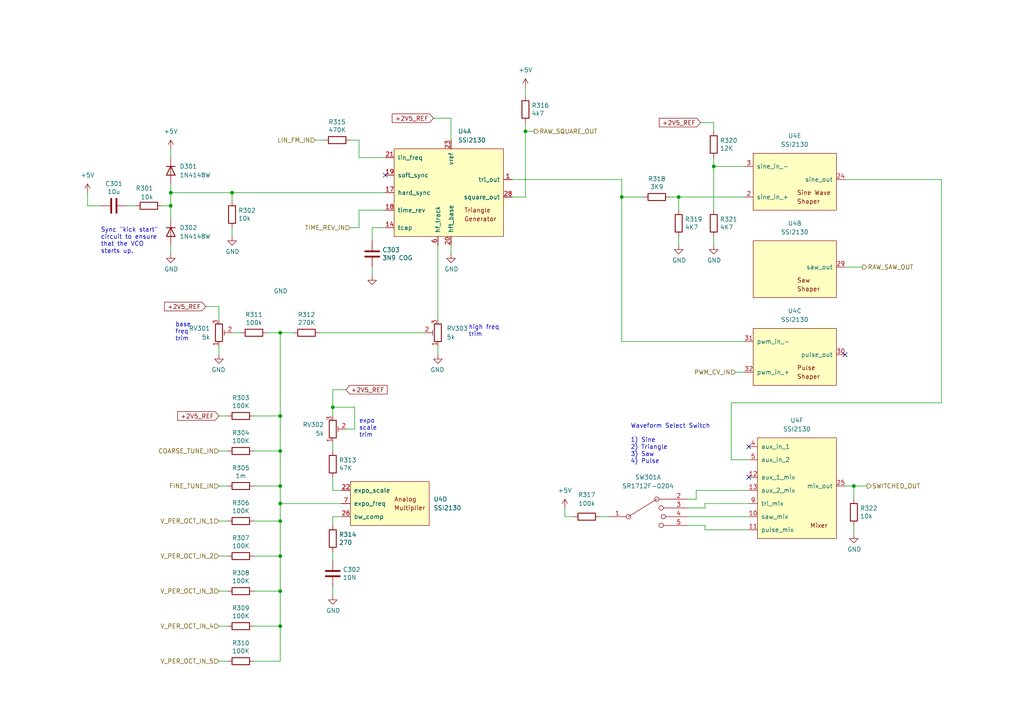
<source format=kicad_sch>
(kicad_sch (version 20211123) (generator eeschema)
  (paper "A4")
  (title_block (title "Josh Ox Ribon Synth Main VCO board") (date "2022-06-18") (rev "0") (comment 2 "creativecommons.org/licences/by/4.0") (comment 3 "license: CC by 4.0") (comment 4 "Author: Jordan Acete"))
  (lib_symbols
    (symbol "Device:C" (pin_numbers hide) (pin_names (offset 0.254))
      (property "Reference" "C" (at 0.635 2.54 0))
      (property "Value" "C" (at 0.635 -2.54 0))
      (symbol "C_0_1"
        (polyline (pts (xy -2.032 -0.762) (xy 2.032 -0.762)) (stroke (width 0.508)))
        (polyline (pts (xy -2.032 0.762) (xy 2.032 0.762)) (stroke (width 0.508)))
      )
      (symbol "C_1_1"
        (pin passive line (at 0 3.81 270) (length 2.794) (name "~") (number "1"))
        (pin passive line (at 0 -3.81 90) (length 2.794) (name "~") (number "2"))
      )
    )
    (symbol "Device:R" (pin_numbers hide) (pin_names (offset 0))
      (property "Reference" "R" (at 2.032 0 90))
      (property "Value" "R" (at 0 0 90))
      (symbol "R_0_1"
        (rectangle (start -1.016 -2.54) (end 1.016 2.54) (stroke (width 0.254)))
      )
      (symbol "R_1_1"
        (pin passive line (at 0 3.81 270) (length 1.27) (name "~") (number "1"))
        (pin passive line (at 0 -3.81 90) (length 1.27) (name "~") (number "2"))
      )
    )
    (symbol "Device:R_Potentiometer_Trim" (pin_names (offset 1.016) hide)
      (property "Reference" "RV" (at -4.445 0 90))
      (property "Value" "R_Potentiometer_Trim" (at -2.54 0 90))
      (symbol "R_Potentiometer_Trim_0_1"
        (polyline (pts (xy 1.524 0.762) (xy 1.524 -0.762)))
        (polyline (pts (xy 2.54 0) (xy 1.524 0)))
        (rectangle (start 1.016 2.54) (end -1.016 -2.54) (stroke (width 0.254)))
      )
      (symbol "R_Potentiometer_Trim_1_1"
        (pin passive line (at 0 3.81 270) (length 1.27) (name "1") (number "1"))
        (pin passive line (at 3.81 0 180) (length 1.27) (name "2") (number "2"))
        (pin passive line (at 0 -3.81 90) (length 1.27) (name "3") (number "3"))
      )
    )
    (symbol "Diode:1N4148W" (pin_numbers hide) (pin_names (offset 1.016) hide)
      (property "Reference" "D" (at 0 2.54 0))
      (property "Value" "1N4148W" (at 0 -2.54 0))
      (symbol "1N4148W_0_1"
        (polyline (pts (xy -1.27 1.27) (xy -1.27 -1.27)) (stroke (width 0.254)))
        (polyline (pts (xy 1.27 0) (xy -1.27 0)))
        (polyline (pts (xy 1.27 1.27) (xy 1.27 -1.27) (xy -1.27 0) (xy 1.27 1.27)) (stroke (width 0.254)))
      )
      (symbol "1N4148W_1_1"
        (pin passive line (at -3.81 0 0) (length 2.54) (name "K") (number "1"))
        (pin passive line (at 3.81 0 180) (length 2.54) (name "A") (number "2"))
      )
    )
    (symbol "SSI2130_1" (pin_names (offset 1.016))
      (property "Reference" "U4" (at 2.0194 16.51 0))
      (property "Value" "SSI2130_1" (at 2.0194 13.97 0))
      (symbol "SSI2130_1_1_0"
        (polyline (pts (xy -16.51 11.43) (xy -16.51 -13.97) (xy 15.24 -13.97) (xy 15.24 11.43) (xy 6.35 11.43) (xy -16.51 11.43)) (fill (type background)))
        (text "Generator" (at 3.81 -8.89 0) (effects (font (size 1.27 1.27)) (justify left)))
        (text "Triangle" (at 3.81 -6.35 0) (effects (font (size 1.27 1.27)) (justify left)))
      )
      (symbol "SSI2130_1_1_1"
        (pin output line (at 17.78 2.54 180) (length 2.54) (name "tri_out") (number "1"))
        (pin input line (at -19.05 -11.43 0) (length 2.54) (name "tcap") (number "14"))
        (pin input line (at -19.05 -1.27 0) (length 2.54) (name "hard_sync") (number "17"))
        (pin input line (at -19.05 -6.35 0) (length 2.54) (name "time_rev") (number "18"))
        (pin input line (at -19.05 3.81 0) (length 2.54) (name "soft_sync") (number "19"))
        (pin input line (at 0 -16.51 90) (length 2.54) (name "hft_base") (number "20"))
        (pin input line (at -19.05 8.89 0) (length 2.54) (name "lin_freq") (number "21"))
        (pin input line (at 0 13.97 270) (length 2.54) (name "vref") (number "23"))
        (pin output line (at 17.78 -2.54 180) (length 2.54) (name "square_out") (number "28"))
        (pin input line (at -3.81 -16.51 90) (length 2.54) (name "hf_track") (number "6"))
      )
      (symbol "SSI2130_1_2_1"
        (polyline (pts (xy -11.43 0) (xy -11.43 7.62) (xy 12.7 7.62) (xy 12.7 -8.89) (xy -11.43 -8.89) (xy -11.43 0)) (fill (type background)))
        (text "Saw" (at 1.27 -3.81 0) (effects (font (size 1.27 1.27)) (justify left)))
        (text "Shaper" (at 1.27 -6.35 0) (effects (font (size 1.27 1.27)) (justify left)))
        (pin output line (at 15.24 0 180) (length 2.54) (name "saw_out") (number "29"))
      )
      (symbol "SSI2130_1_3_1"
        (polyline (pts (xy 12.7 7.62) (xy -11.43 7.62) (xy -11.43 -8.89) (xy 12.7 -8.89) (xy 12.7 7.62)) (fill (type background)))
        (text "Pulse" (at 1.27 -3.81 0) (effects (font (size 1.27 1.27)) (justify left)))
        (text "Shaper" (at 1.27 -6.35 0) (effects (font (size 1.27 1.27)) (justify left)))
        (pin output line (at 15.24 0 180) (length 2.54) (name "pulse_out") (number "30"))
        (pin input line (at -13.97 3.81 0) (length 2.54) (name "pwm_in_-") (number "31"))
        (pin input line (at -13.97 -5.08 0) (length 2.54) (name "pwm_in_+") (number "32"))
      )
      (symbol "SSI2130_1_4_1"
        (polyline (pts (xy -11.43 6.35) (xy -11.43 -6.35) (xy 11.43 -6.35) (xy 11.43 6.35) (xy -11.43 6.35)) (fill (type background)))
        (text "Analog" (at 1.27 1.27 0) (effects (font (size 1.27 1.27)) (justify left)))
        (text "Multiplier" (at 1.27 -1.27 0) (effects (font (size 1.27 1.27)) (justify left)))
        (pin input line (at -13.97 3.81 0) (length 2.54) (name "expo_scale") (number "22"))
        (pin input line (at -13.97 -3.81 0) (length 2.54) (name "bw_comp") (number "26"))
        (pin input line (at -13.97 0 0) (length 2.54) (name "expo_freq") (number "7"))
      )
      (symbol "SSI2130_1_5_1"
        (polyline (pts (xy -11.43 7.62) (xy -11.43 -8.89) (xy 12.7 -8.89) (xy 12.7 7.62) (xy -11.43 7.62)) (fill (type background)))
        (text "Shaper" (at 1.27 -6.35 0) (effects (font (size 1.27 1.27)) (justify left)))
        (text "Sine Wave" (at 1.27 -3.81 0) (effects (font (size 1.27 1.27)) (justify left)))
        (pin input line (at -13.97 -5.08 0) (length 2.54) (name "sine_in_+") (number "2"))
        (pin output line (at 15.24 0 180) (length 2.54) (name "sine_out") (number "24"))
        (pin input line (at -13.97 3.81 0) (length 2.54) (name "sine_in_-") (number "3"))
      )
      (symbol "SSI2130_1_6_1"
        (polyline (pts (xy 11.43 -11.43) (xy -11.43 -11.43) (xy -11.43 10.16) (xy -11.43 17.78) (xy 11.43 17.78) (xy 11.43 -11.43)) (fill (type background)))
        (text "Mixer" (at 3.81 -7.62 0) (effects (font (size 1.27 1.27)) (justify left)))
        (pin input line (at -13.97 -5.08 0) (length 2.54) (name "saw_mix") (number "10"))
        (pin input line (at -13.97 -8.89 0) (length 2.54) (name "pulse_mix") (number "11"))
        (pin input line (at -13.97 6.35 0) (length 2.54) (name "aux_1_mix") (number "12"))
        (pin input line (at -13.97 2.54 0) (length 2.54) (name "aux_2_mix") (number "13"))
        (pin output line (at 13.97 3.81 180) (length 2.54) (name "mix_out") (number "25"))
        (pin input line (at -13.97 15.24 0) (length 2.54) (name "aux_in_1") (number "4"))
        (pin input line (at -13.97 11.43 0) (length 2.54) (name "aux_in_2") (number "5"))
        (pin input line (at -13.97 -1.27 0) (length 2.54) (name "tri_mix") (number "9"))
      )
      (symbol "SSI2130_1_7_1"
        (polyline (pts (xy -11.43 6.35) (xy -11.43 -6.35) (xy 11.43 -6.35) (xy 11.43 6.35) (xy -11.43 6.35)) (fill (type background)))
        (text "Power" (at 1.27 0 0) (effects (font (size 1.27 1.27)) (justify left)))
        (pin power_in line (at -13.97 -1.27 0) (length 2.54) (name "dgnd") (number "15"))
        (pin power_in line (at -13.97 1.27 0) (length 2.54) (name "agnd") (number "16"))
        (pin power_in line (at -13.97 3.81 0) (length 2.54) (name "V+") (number "27"))
        (pin power_in line (at -13.97 -3.81 0) (length 2.54) (name "V-") (number "8"))
      )
    )
    (symbol "SSI2130_2" (pin_names (offset 1.016))
      (property "Reference" "U4" (at 2.0194 16.51 0))
      (property "Value" "SSI2130_2" (at 2.0194 13.97 0))
      (symbol "SSI2130_2_1_0"
        (polyline (pts (xy -16.51 11.43) (xy -16.51 -13.97) (xy 15.24 -13.97) (xy 15.24 11.43) (xy 6.35 11.43) (xy -16.51 11.43)) (fill (type background)))
        (text "Generator" (at 3.81 -8.89 0) (effects (font (size 1.27 1.27)) (justify left)))
        (text "Triangle" (at 3.81 -6.35 0) (effects (font (size 1.27 1.27)) (justify left)))
      )
      (symbol "SSI2130_2_1_1"
        (pin output line (at 17.78 2.54 180) (length 2.54) (name "tri_out") (number "1"))
        (pin input line (at -19.05 -11.43 0) (length 2.54) (name "tcap") (number "14"))
        (pin input line (at -19.05 -1.27 0) (length 2.54) (name "hard_sync") (number "17"))
        (pin input line (at -19.05 -6.35 0) (length 2.54) (name "time_rev") (number "18"))
        (pin input line (at -19.05 3.81 0) (length 2.54) (name "soft_sync") (number "19"))
        (pin input line (at 0 -16.51 90) (length 2.54) (name "hft_base") (number "20"))
        (pin input line (at -19.05 8.89 0) (length 2.54) (name "lin_freq") (number "21"))
        (pin input line (at 0 13.97 270) (length 2.54) (name "vref") (number "23"))
        (pin output line (at 17.78 -2.54 180) (length 2.54) (name "square_out") (number "28"))
        (pin input line (at -3.81 -16.51 90) (length 2.54) (name "hf_track") (number "6"))
      )
      (symbol "SSI2130_2_2_1"
        (polyline (pts (xy -11.43 0) (xy -11.43 7.62) (xy 12.7 7.62) (xy 12.7 -8.89) (xy -11.43 -8.89) (xy -11.43 0)) (fill (type background)))
        (text "Saw" (at 1.27 -3.81 0) (effects (font (size 1.27 1.27)) (justify left)))
        (text "Shaper" (at 1.27 -6.35 0) (effects (font (size 1.27 1.27)) (justify left)))
        (pin output line (at 15.24 0 180) (length 2.54) (name "saw_out") (number "29"))
      )
      (symbol "SSI2130_2_3_1"
        (polyline (pts (xy 12.7 7.62) (xy -11.43 7.62) (xy -11.43 -8.89) (xy 12.7 -8.89) (xy 12.7 7.62)) (fill (type background)))
        (text "Pulse" (at 1.27 -3.81 0) (effects (font (size 1.27 1.27)) (justify left)))
        (text "Shaper" (at 1.27 -6.35 0) (effects (font (size 1.27 1.27)) (justify left)))
        (pin output line (at 15.24 0 180) (length 2.54) (name "pulse_out") (number "30"))
        (pin input line (at -13.97 3.81 0) (length 2.54) (name "pwm_in_-") (number "31"))
        (pin input line (at -13.97 -5.08 0) (length 2.54) (name "pwm_in_+") (number "32"))
      )
      (symbol "SSI2130_2_4_1"
        (polyline (pts (xy -11.43 6.35) (xy -11.43 -6.35) (xy 11.43 -6.35) (xy 11.43 6.35) (xy -11.43 6.35)) (fill (type background)))
        (text "Analog" (at 1.27 1.27 0) (effects (font (size 1.27 1.27)) (justify left)))
        (text "Multiplier" (at 1.27 -1.27 0) (effects (font (size 1.27 1.27)) (justify left)))
        (pin input line (at -13.97 3.81 0) (length 2.54) (name "expo_scale") (number "22"))
        (pin input line (at -13.97 -3.81 0) (length 2.54) (name "bw_comp") (number "26"))
        (pin input line (at -13.97 0 0) (length 2.54) (name "expo_freq") (number "7"))
      )
      (symbol "SSI2130_2_5_1"
        (polyline (pts (xy -11.43 7.62) (xy -11.43 -8.89) (xy 12.7 -8.89) (xy 12.7 7.62) (xy -11.43 7.62)) (fill (type background)))
        (text "Shaper" (at 1.27 -6.35 0) (effects (font (size 1.27 1.27)) (justify left)))
        (text "Sine Wave" (at 1.27 -3.81 0) (effects (font (size 1.27 1.27)) (justify left)))
        (pin input line (at -13.97 -5.08 0) (length 2.54) (name "sine_in_+") (number "2"))
        (pin output line (at 15.24 0 180) (length 2.54) (name "sine_out") (number "24"))
        (pin input line (at -13.97 3.81 0) (length 2.54) (name "sine_in_-") (number "3"))
      )
      (symbol "SSI2130_2_6_1"
        (polyline (pts (xy 11.43 -11.43) (xy -11.43 -11.43) (xy -11.43 10.16) (xy -11.43 17.78) (xy 11.43 17.78) (xy 11.43 -11.43)) (fill (type background)))
        (text "Mixer" (at 3.81 -7.62 0) (effects (font (size 1.27 1.27)) (justify left)))
        (pin input line (at -13.97 -5.08 0) (length 2.54) (name "saw_mix") (number "10"))
        (pin input line (at -13.97 -8.89 0) (length 2.54) (name "pulse_mix") (number "11"))
        (pin input line (at -13.97 6.35 0) (length 2.54) (name "aux_1_mix") (number "12"))
        (pin input line (at -13.97 2.54 0) (length 2.54) (name "aux_2_mix") (number "13"))
        (pin output line (at 13.97 3.81 180) (length 2.54) (name "mix_out") (number "25"))
        (pin input line (at -13.97 15.24 0) (length 2.54) (name "aux_in_1") (number "4"))
        (pin input line (at -13.97 11.43 0) (length 2.54) (name "aux_in_2") (number "5"))
        (pin input line (at -13.97 -1.27 0) (length 2.54) (name "tri_mix") (number "9"))
      )
      (symbol "SSI2130_2_7_1"
        (polyline (pts (xy -11.43 6.35) (xy -11.43 -6.35) (xy 11.43 -6.35) (xy 11.43 6.35) (xy -11.43 6.35)) (fill (type background)))
        (text "Power" (at 1.27 0 0) (effects (font (size 1.27 1.27)) (justify left)))
        (pin power_in line (at -13.97 -1.27 0) (length 2.54) (name "dgnd") (number "15"))
        (pin power_in line (at -13.97 1.27 0) (length 2.54) (name "agnd") (number "16"))
        (pin power_in line (at -13.97 3.81 0) (length 2.54) (name "V+") (number "27"))
        (pin power_in line (at -13.97 -3.81 0) (length 2.54) (name "V-") (number "8"))
      )
    )
    (symbol "SSI2130_5" (pin_names (offset 1.016))
      (property "Reference" "U4" (at 2.0194 16.51 0))
      (property "Value" "SSI2130_5" (at 2.0194 13.97 0))
      (symbol "SSI2130_5_1_0"
        (polyline (pts (xy -16.51 11.43) (xy -16.51 -13.97) (xy 15.24 -13.97) (xy 15.24 11.43) (xy 6.35 11.43) (xy -16.51 11.43)) (fill (type background)))
        (text "Generator" (at 3.81 -8.89 0) (effects (font (size 1.27 1.27)) (justify left)))
        (text "Triangle" (at 3.81 -6.35 0) (effects (font (size 1.27 1.27)) (justify left)))
      )
      (symbol "SSI2130_5_1_1"
        (pin output line (at 17.78 2.54 180) (length 2.54) (name "tri_out") (number "1"))
        (pin input line (at -19.05 -11.43 0) (length 2.54) (name "tcap") (number "14"))
        (pin input line (at -19.05 -1.27 0) (length 2.54) (name "hard_sync") (number "17"))
        (pin input line (at -19.05 -6.35 0) (length 2.54) (name "time_rev") (number "18"))
        (pin input line (at -19.05 3.81 0) (length 2.54) (name "soft_sync") (number "19"))
        (pin input line (at 0 -16.51 90) (length 2.54) (name "hft_base") (number "20"))
        (pin input line (at -19.05 8.89 0) (length 2.54) (name "lin_freq") (number "21"))
        (pin input line (at 0 13.97 270) (length 2.54) (name "vref") (number "23"))
        (pin output line (at 17.78 -2.54 180) (length 2.54) (name "square_out") (number "28"))
        (pin input line (at -3.81 -16.51 90) (length 2.54) (name "hf_track") (number "6"))
      )
      (symbol "SSI2130_5_2_1"
        (polyline (pts (xy -11.43 0) (xy -11.43 7.62) (xy 12.7 7.62) (xy 12.7 -8.89) (xy -11.43 -8.89) (xy -11.43 0)) (fill (type background)))
        (text "Saw" (at 1.27 -3.81 0) (effects (font (size 1.27 1.27)) (justify left)))
        (text "Shaper" (at 1.27 -6.35 0) (effects (font (size 1.27 1.27)) (justify left)))
        (pin output line (at 15.24 0 180) (length 2.54) (name "saw_out") (number "29"))
      )
      (symbol "SSI2130_5_3_1"
        (polyline (pts (xy 12.7 7.62) (xy -11.43 7.62) (xy -11.43 -8.89) (xy 12.7 -8.89) (xy 12.7 7.62)) (fill (type background)))
        (text "Pulse" (at 1.27 -3.81 0) (effects (font (size 1.27 1.27)) (justify left)))
        (text "Shaper" (at 1.27 -6.35 0) (effects (font (size 1.27 1.27)) (justify left)))
        (pin output line (at 15.24 0 180) (length 2.54) (name "pulse_out") (number "30"))
        (pin input line (at -13.97 3.81 0) (length 2.54) (name "pwm_in_-") (number "31"))
        (pin input line (at -13.97 -5.08 0) (length 2.54) (name "pwm_in_+") (number "32"))
      )
      (symbol "SSI2130_5_4_1"
        (polyline (pts (xy -11.43 6.35) (xy -11.43 -6.35) (xy 11.43 -6.35) (xy 11.43 6.35) (xy -11.43 6.35)) (fill (type background)))
        (text "Analog" (at 1.27 1.27 0) (effects (font (size 1.27 1.27)) (justify left)))
        (text "Multiplier" (at 1.27 -1.27 0) (effects (font (size 1.27 1.27)) (justify left)))
        (pin input line (at -13.97 3.81 0) (length 2.54) (name "expo_scale") (number "22"))
        (pin input line (at -13.97 -3.81 0) (length 2.54) (name "bw_comp") (number "26"))
        (pin input line (at -13.97 0 0) (length 2.54) (name "expo_freq") (number "7"))
      )
      (symbol "SSI2130_5_5_1"
        (polyline (pts (xy -11.43 7.62) (xy -11.43 -8.89) (xy 12.7 -8.89) (xy 12.7 7.62) (xy -11.43 7.62)) (fill (type background)))
        (text "Shaper" (at 1.27 -6.35 0) (effects (font (size 1.27 1.27)) (justify left)))
        (text "Sine Wave" (at 1.27 -3.81 0) (effects (font (size 1.27 1.27)) (justify left)))
        (pin input line (at -13.97 -5.08 0) (length 2.54) (name "sine_in_+") (number "2"))
        (pin output line (at 15.24 0 180) (length 2.54) (name "sine_out") (number "24"))
        (pin input line (at -13.97 3.81 0) (length 2.54) (name "sine_in_-") (number "3"))
      )
      (symbol "SSI2130_5_6_1"
        (polyline (pts (xy 11.43 -11.43) (xy -11.43 -11.43) (xy -11.43 10.16) (xy -11.43 17.78) (xy 11.43 17.78) (xy 11.43 -11.43)) (fill (type background)))
        (text "Mixer" (at 3.81 -7.62 0) (effects (font (size 1.27 1.27)) (justify left)))
        (pin input line (at -13.97 -5.08 0) (length 2.54) (name "saw_mix") (number "10"))
        (pin input line (at -13.97 -8.89 0) (length 2.54) (name "pulse_mix") (number "11"))
        (pin input line (at -13.97 6.35 0) (length 2.54) (name "aux_1_mix") (number "12"))
        (pin input line (at -13.97 2.54 0) (length 2.54) (name "aux_2_mix") (number "13"))
        (pin output line (at 13.97 3.81 180) (length 2.54) (name "mix_out") (number "25"))
        (pin input line (at -13.97 15.24 0) (length 2.54) (name "aux_in_1") (number "4"))
        (pin input line (at -13.97 11.43 0) (length 2.54) (name "aux_in_2") (number "5"))
        (pin input line (at -13.97 -1.27 0) (length 2.54) (name "tri_mix") (number "9"))
      )
      (symbol "SSI2130_5_7_1"
        (polyline (pts (xy -11.43 6.35) (xy -11.43 -6.35) (xy 11.43 -6.35) (xy 11.43 6.35) (xy -11.43 6.35)) (fill (type background)))
        (text "Power" (at 1.27 0 0) (effects (font (size 1.27 1.27)) (justify left)))
        (pin power_in line (at -13.97 -1.27 0) (length 2.54) (name "dgnd") (number "15"))
        (pin power_in line (at -13.97 1.27 0) (length 2.54) (name "agnd") (number "16"))
        (pin power_in line (at -13.97 3.81 0) (length 2.54) (name "V+") (number "27"))
        (pin power_in line (at -13.97 -3.81 0) (length 2.54) (name "V-") (number "8"))
      )
    )
    (symbol "custom_symbols:SR1712F-0204" (pin_names (offset 1.016) hide)
      (property "Reference" "SW?" (at 1.27 11.43 0))
      (property "Value" "SR1712F-0204" (at 1.27 8.89 0))
      (symbol "SR1712F-0204_0_0"
        (circle (center -4.445 0) (radius 0.635))
        (polyline (pts (xy -4.445 0) (xy 3.81 5.08)))
        (polyline (pts (xy 4.445 5.08) (xy 7.62 5.08)))
        (polyline (pts (xy 5.715 -2.54) (xy 7.62 -2.54)))
        (polyline (pts (xy 5.715 2.54) (xy 7.62 2.54)))
        (polyline (pts (xy 6.35 0) (xy 7.62 0)))
        (circle (center 3.81 5.08) (radius 0.635))
        (circle (center 5.08 -2.54) (radius 0.635))
        (circle (center 5.08 2.54) (radius 0.635))
        (circle (center 5.715 0) (radius 0.635))
      )
      (symbol "SR1712F-0204_1_1"
        (pin passive line (at -10.16 0 0) (length 5.08) (name "1") (number "1"))
        (pin passive line (at 12.7 5.08 180) (length 5.08) (name "2") (number "2"))
        (pin passive line (at 12.7 2.54 180) (length 5.08) (name "3") (number "3"))
        (pin passive line (at 12.7 0 180) (length 5.08) (name "4") (number "4"))
        (pin passive line (at 12.7 -2.54 180) (length 5.08) (name "5") (number "5"))
      )
      (symbol "SR1712F-0204_2_1"
        (pin passive line (at -10.16 0 0) (length 5.08) (name "10") (number "10"))
        (pin passive line (at 12.7 5.08 180) (length 5.08) (name "6") (number "6"))
        (pin passive line (at 12.7 2.54 180) (length 5.08) (name "7") (number "7"))
        (pin passive line (at 12.7 0 180) (length 5.08) (name "8") (number "8"))
        (pin passive line (at 12.7 -2.54 180) (length 5.08) (name "9") (number "9"))
      )
    )
    (symbol "custom_symbols:SSI2130" (pin_names (offset 1.016))
      (property "Reference" "U4" (at 2.0194 16.51 0))
      (property "Value" "SSI2130" (at 2.0194 13.97 0))
      (symbol "SSI2130_1_0"
        (polyline (pts (xy -16.51 11.43) (xy -16.51 -13.97) (xy 15.24 -13.97) (xy 15.24 11.43) (xy 6.35 11.43) (xy -16.51 11.43)) (fill (type background)))
        (text "Generator" (at 3.81 -8.89 0) (effects (font (size 1.27 1.27)) (justify left)))
        (text "Triangle" (at 3.81 -6.35 0) (effects (font (size 1.27 1.27)) (justify left)))
      )
      (symbol "SSI2130_1_1"
        (pin output line (at 17.78 2.54 180) (length 2.54) (name "tri_out") (number "1"))
        (pin input line (at -19.05 -11.43 0) (length 2.54) (name "tcap") (number "14"))
        (pin input line (at -19.05 -1.27 0) (length 2.54) (name "hard_sync") (number "17"))
        (pin input line (at -19.05 -6.35 0) (length 2.54) (name "time_rev") (number "18"))
        (pin input line (at -19.05 3.81 0) (length 2.54) (name "soft_sync") (number "19"))
        (pin input line (at 0 -16.51 90) (length 2.54) (name "hft_base") (number "20"))
        (pin input line (at -19.05 8.89 0) (length 2.54) (name "lin_freq") (number "21"))
        (pin input line (at 0 13.97 270) (length 2.54) (name "vref") (number "23"))
        (pin output line (at 17.78 -2.54 180) (length 2.54) (name "square_out") (number "28"))
        (pin input line (at -3.81 -16.51 90) (length 2.54) (name "hf_track") (number "6"))
      )
      (symbol "SSI2130_2_1"
        (polyline (pts (xy -11.43 0) (xy -11.43 7.62) (xy 12.7 7.62) (xy 12.7 -8.89) (xy -11.43 -8.89) (xy -11.43 0)) (fill (type background)))
        (text "Saw" (at 1.27 -3.81 0) (effects (font (size 1.27 1.27)) (justify left)))
        (text "Shaper" (at 1.27 -6.35 0) (effects (font (size 1.27 1.27)) (justify left)))
        (pin output line (at 15.24 0 180) (length 2.54) (name "saw_out") (number "29"))
      )
      (symbol "SSI2130_3_1"
        (polyline (pts (xy 12.7 7.62) (xy -11.43 7.62) (xy -11.43 -8.89) (xy 12.7 -8.89) (xy 12.7 7.62)) (fill (type background)))
        (text "Pulse" (at 1.27 -3.81 0) (effects (font (size 1.27 1.27)) (justify left)))
        (text "Shaper" (at 1.27 -6.35 0) (effects (font (size 1.27 1.27)) (justify left)))
        (pin output line (at 15.24 0 180) (length 2.54) (name "pulse_out") (number "30"))
        (pin input line (at -13.97 3.81 0) (length 2.54) (name "pwm_in_-") (number "31"))
        (pin input line (at -13.97 -5.08 0) (length 2.54) (name "pwm_in_+") (number "32"))
      )
      (symbol "SSI2130_4_1"
        (polyline (pts (xy -11.43 6.35) (xy -11.43 -6.35) (xy 11.43 -6.35) (xy 11.43 6.35) (xy -11.43 6.35)) (fill (type background)))
        (text "Analog" (at 1.27 1.27 0) (effects (font (size 1.27 1.27)) (justify left)))
        (text "Multiplier" (at 1.27 -1.27 0) (effects (font (size 1.27 1.27)) (justify left)))
        (pin input line (at -13.97 3.81 0) (length 2.54) (name "expo_scale") (number "22"))
        (pin input line (at -13.97 -3.81 0) (length 2.54) (name "bw_comp") (number "26"))
        (pin input line (at -13.97 0 0) (length 2.54) (name "expo_freq") (number "7"))
      )
      (symbol "SSI2130_5_1"
        (polyline (pts (xy -11.43 7.62) (xy -11.43 -8.89) (xy 12.7 -8.89) (xy 12.7 7.62) (xy -11.43 7.62)) (fill (type background)))
        (text "Shaper" (at 1.27 -6.35 0) (effects (font (size 1.27 1.27)) (justify left)))
        (text "Sine Wave" (at 1.27 -3.81 0) (effects (font (size 1.27 1.27)) (justify left)))
        (pin input line (at -13.97 -5.08 0) (length 2.54) (name "sine_in_+") (number "2"))
        (pin output line (at 15.24 0 180) (length 2.54) (name "sine_out") (number "24"))
        (pin input line (at -13.97 3.81 0) (length 2.54) (name "sine_in_-") (number "3"))
      )
      (symbol "SSI2130_6_1"
        (polyline (pts (xy 11.43 -11.43) (xy -11.43 -11.43) (xy -11.43 10.16) (xy -11.43 17.78) (xy 11.43 17.78) (xy 11.43 -11.43)) (fill (type background)))
        (text "Mixer" (at 3.81 -7.62 0) (effects (font (size 1.27 1.27)) (justify left)))
        (pin input line (at -13.97 -5.08 0) (length 2.54) (name "saw_mix") (number "10"))
        (pin input line (at -13.97 -8.89 0) (length 2.54) (name "pulse_mix") (number "11"))
        (pin input line (at -13.97 6.35 0) (length 2.54) (name "aux_1_mix") (number "12"))
        (pin input line (at -13.97 2.54 0) (length 2.54) (name "aux_2_mix") (number "13"))
        (pin output line (at 13.97 3.81 180) (length 2.54) (name "mix_out") (number "25"))
        (pin input line (at -13.97 15.24 0) (length 2.54) (name "aux_in_1") (number "4"))
        (pin input line (at -13.97 11.43 0) (length 2.54) (name "aux_in_2") (number "5"))
        (pin input line (at -13.97 -1.27 0) (length 2.54) (name "tri_mix") (number "9"))
      )
      (symbol "SSI2130_7_1"
        (polyline (pts (xy -11.43 6.35) (xy -11.43 -6.35) (xy 11.43 -6.35) (xy 11.43 6.35) (xy -11.43 6.35)) (fill (type background)))
        (text "Power" (at 1.27 0 0) (effects (font (size 1.27 1.27)) (justify left)))
        (pin power_in line (at -13.97 -1.27 0) (length 2.54) (name "dgnd") (number "15"))
        (pin power_in line (at -13.97 1.27 0) (length 2.54) (name "agnd") (number "16"))
        (pin power_in line (at -13.97 3.81 0) (length 2.54) (name "V+") (number "27"))
        (pin power_in line (at -13.97 -3.81 0) (length 2.54) (name "V-") (number "8"))
      )
    )
    (symbol "power:+5V" (power) (pin_names (offset 0))
      (property "Value" "+5V" (at 0 3.556 0))
      (symbol "+5V_0_1"
        (polyline (pts (xy -0.762 1.27) (xy 0 2.54)))
        (polyline (pts (xy 0 0) (xy 0 2.54)))
        (polyline (pts (xy 0 2.54) (xy 0.762 1.27)))
      )
      (symbol "+5V_1_1"
        (pin power_in line (at 0 0 90) (length 0) hide (name "+5V") (number "1"))
      )
    )
    (symbol "power:GND" (power) (pin_names (offset 0))
      (property "Value" "GND" (at 0 -3.81 0))
      (symbol "GND_0_1"
        (polyline (pts (xy 0 0) (xy 0 -1.27) (xy 1.27 -1.27) (xy 0 -2.54) (xy -1.27 -1.27) (xy 0 -1.27)))
      )
      (symbol "GND_1_1"
        (pin power_in line (at 0 0 270) (length 0) hide (name "GND") (number "1"))
      )
    )
  )
  (junction (at 180.34 57.15))
  (junction (at 207.01 48.26))
  (junction (at 81.28 120.65))
  (junction (at 67.31 55.88))
  (junction (at 81.28 181.61))
  (junction (at 81.28 161.29))
  (junction (at 247.65 140.97))
  (junction (at 152.4 38.1))
  (junction (at 81.28 130.81))
  (junction (at 81.28 171.45))
  (junction (at 81.28 140.97))
  (junction (at 81.28 151.13))
  (junction (at 81.28 146.05))
  (junction (at 81.28 96.52))
  (junction (at 196.85 57.15))
  (junction (at 49.53 55.88))
  (junction (at 96.52 118.11))
  (junction (at 49.53 59.69))
  (no_connect (at 217.17 138.43))
  (no_connect (at 111.76 50.8))
  (no_connect (at 245.11 102.87))
  (no_connect (at 217.17 129.54))
  (wire (pts (xy 127 102.87) (xy 127 100.33)))
  (wire (pts (xy 148.59 52.07) (xy 180.34 52.07)))
  (wire (pts (xy 207.01 48.26) (xy 207.01 45.72)))
  (wire (pts (xy 77.47 96.52) (xy 81.28 96.52)))
  (wire (pts (xy 59.69 88.9) (xy 63.5 88.9)))
  (wire (pts (xy 207.01 68.58) (xy 207.01 71.12)))
  (wire (pts (xy 173.99 149.86) (xy 176.53 149.86)))
  (wire (pts (xy 73.66 181.61) (xy 81.28 181.61)))
  (wire (pts (xy 81.28 191.77) (xy 81.28 181.61)))
  (wire (pts (xy 196.85 57.15) (xy 215.9 57.15)))
  (wire (pts (xy 213.36 107.95) (xy 215.9 107.95)))
  (wire (pts (xy 186.69 57.15) (xy 180.34 57.15)))
  (wire (pts (xy 49.53 55.88) (xy 49.53 53.34)))
  (wire (pts (xy 96.52 172.72) (xy 96.52 170.18)))
  (wire (pts (xy 107.95 66.04) (xy 111.76 66.04)))
  (wire (pts (xy 148.59 57.15) (xy 152.4 57.15)))
  (wire (pts (xy 96.52 118.11) (xy 96.52 120.65)))
  (wire (pts (xy 107.95 80.01) (xy 107.95 77.47)))
  (wire (pts (xy 73.66 171.45) (xy 81.28 171.45)))
  (wire (pts (xy 194.31 57.15) (xy 196.85 57.15)))
  (wire (pts (xy 73.66 161.29) (xy 81.28 161.29)))
  (wire (pts (xy 245.11 52.07) (xy 273.05 52.07)))
  (wire (pts (xy 196.85 60.96) (xy 196.85 57.15)))
  (wire (pts (xy 212.09 116.84) (xy 273.05 116.84)))
  (wire (pts (xy 217.17 133.35) (xy 212.09 133.35)))
  (wire (pts (xy 63.5 191.77) (xy 66.04 191.77)))
  (wire (pts (xy 130.81 34.29) (xy 130.81 40.64)))
  (wire (pts (xy 96.52 152.4) (xy 96.52 149.86)))
  (wire (pts (xy 81.28 130.81) (xy 81.28 140.97)))
  (wire (pts (xy 107.95 69.85) (xy 107.95 66.04)))
  (wire (pts (xy 152.4 27.94) (xy 152.4 25.4)))
  (wire (pts (xy 63.5 171.45) (xy 66.04 171.45)))
  (wire (pts (xy 100.33 124.46) (xy 102.87 124.46)))
  (wire (pts (xy 245.11 77.47) (xy 250.19 77.47)))
  (wire (pts (xy 201.93 144.78) (xy 199.39 144.78)))
  (wire (pts (xy 101.6 66.04) (xy 104.14 66.04)))
  (wire (pts (xy 96.52 138.43) (xy 96.52 142.24)))
  (wire (pts (xy 215.9 48.26) (xy 207.01 48.26)))
  (wire (pts (xy 163.83 149.86) (xy 163.83 147.32)))
  (wire (pts (xy 81.28 161.29) (xy 81.28 151.13)))
  (wire (pts (xy 201.93 142.24) (xy 217.17 142.24)))
  (wire (pts (xy 96.52 149.86) (xy 99.06 149.86)))
  (wire (pts (xy 204.47 147.32) (xy 199.39 147.32)))
  (wire (pts (xy 67.31 55.88) (xy 111.76 55.88)))
  (wire (pts (xy 49.53 59.69) (xy 49.53 55.88)))
  (wire (pts (xy 96.52 113.03) (xy 96.52 118.11)))
  (wire (pts (xy 199.39 149.86) (xy 217.17 149.86)))
  (wire (pts (xy 204.47 153.67) (xy 204.47 152.4)))
  (wire (pts (xy 104.14 45.72) (xy 104.14 40.64)))
  (wire (pts (xy 39.37 59.69) (xy 36.83 59.69)))
  (wire (pts (xy 81.28 96.52) (xy 85.09 96.52)))
  (wire (pts (xy 127 71.12) (xy 127 92.71)))
  (wire (pts (xy 104.14 60.96) (xy 111.76 60.96)))
  (wire (pts (xy 207.01 60.96) (xy 207.01 48.26)))
  (wire (pts (xy 204.47 152.4) (xy 199.39 152.4)))
  (wire (pts (xy 25.4 59.69) (xy 25.4 55.88)))
  (wire (pts (xy 63.5 120.65) (xy 66.04 120.65)))
  (wire (pts (xy 81.28 181.61) (xy 81.28 171.45)))
  (wire (pts (xy 63.5 151.13) (xy 66.04 151.13)))
  (wire (pts (xy 96.52 162.56) (xy 96.52 160.02)))
  (wire (pts (xy 247.65 152.4) (xy 247.65 154.94)))
  (wire (pts (xy 49.53 63.5) (xy 49.53 59.69)))
  (wire (pts (xy 91.44 40.64) (xy 93.98 40.64)))
  (wire (pts (xy 99.06 146.05) (xy 81.28 146.05)))
  (wire (pts (xy 81.28 151.13) (xy 81.28 146.05)))
  (wire (pts (xy 104.14 45.72) (xy 111.76 45.72)))
  (wire (pts (xy 96.52 130.81) (xy 96.52 128.27)))
  (wire (pts (xy 152.4 57.15) (xy 152.4 38.1)))
  (wire (pts (xy 49.53 73.66) (xy 49.53 71.12)))
  (wire (pts (xy 29.21 59.69) (xy 25.4 59.69)))
  (wire (pts (xy 207.01 38.1) (xy 207.01 35.56)))
  (wire (pts (xy 180.34 57.15) (xy 180.34 99.06)))
  (wire (pts (xy 81.28 130.81) (xy 73.66 130.81)))
  (wire (pts (xy 63.5 181.61) (xy 66.04 181.61)))
  (wire (pts (xy 180.34 99.06) (xy 215.9 99.06)))
  (wire (pts (xy 81.28 96.52) (xy 81.28 120.65)))
  (wire (pts (xy 102.87 124.46) (xy 102.87 118.11)))
  (wire (pts (xy 212.09 133.35) (xy 212.09 116.84)))
  (wire (pts (xy 49.53 43.18) (xy 49.53 45.72)))
  (wire (pts (xy 201.93 142.24) (xy 201.93 144.78)))
  (wire (pts (xy 81.28 120.65) (xy 81.28 130.81)))
  (wire (pts (xy 104.14 66.04) (xy 104.14 60.96)))
  (wire (pts (xy 63.5 102.87) (xy 63.5 100.33)))
  (wire (pts (xy 152.4 38.1) (xy 154.94 38.1)))
  (wire (pts (xy 63.5 88.9) (xy 63.5 92.71)))
  (wire (pts (xy 63.5 161.29) (xy 66.04 161.29)))
  (wire (pts (xy 130.81 73.66) (xy 130.81 71.12)))
  (wire (pts (xy 99.06 142.24) (xy 96.52 142.24)))
  (wire (pts (xy 130.81 34.29) (xy 125.73 34.29)))
  (wire (pts (xy 196.85 68.58) (xy 196.85 71.12)))
  (wire (pts (xy 204.47 146.05) (xy 204.47 147.32)))
  (wire (pts (xy 100.33 113.03) (xy 96.52 113.03)))
  (wire (pts (xy 49.53 55.88) (xy 67.31 55.88)))
  (wire (pts (xy 203.2 35.56) (xy 207.01 35.56)))
  (wire (pts (xy 123.19 96.52) (xy 92.71 96.52)))
  (wire (pts (xy 152.4 35.56) (xy 152.4 38.1)))
  (wire (pts (xy 104.14 40.64) (xy 101.6 40.64)))
  (wire (pts (xy 204.47 146.05) (xy 217.17 146.05)))
  (wire (pts (xy 273.05 52.07) (xy 273.05 116.84)))
  (wire (pts (xy 81.28 171.45) (xy 81.28 161.29)))
  (wire (pts (xy 63.5 130.81) (xy 66.04 130.81)))
  (wire (pts (xy 46.99 59.69) (xy 49.53 59.69)))
  (wire (pts (xy 67.31 68.58) (xy 67.31 66.04)))
  (wire (pts (xy 73.66 151.13) (xy 81.28 151.13)))
  (wire (pts (xy 81.28 120.65) (xy 73.66 120.65)))
  (wire (pts (xy 73.66 191.77) (xy 81.28 191.77)))
  (wire (pts (xy 247.65 140.97) (xy 251.46 140.97)))
  (wire (pts (xy 102.87 118.11) (xy 96.52 118.11)))
  (wire (pts (xy 63.5 140.97) (xy 66.04 140.97)))
  (wire (pts (xy 247.65 144.78) (xy 247.65 140.97)))
  (wire (pts (xy 180.34 52.07) (xy 180.34 57.15)))
  (wire (pts (xy 217.17 153.67) (xy 204.47 153.67)))
  (wire (pts (xy 81.28 146.05) (xy 81.28 140.97)))
  (wire (pts (xy 67.31 96.52) (xy 69.85 96.52)))
  (wire (pts (xy 67.31 55.88) (xy 67.31 58.42)))
  (wire (pts (xy 245.11 140.97) (xy 247.65 140.97)))
  (wire (pts (xy 163.83 149.86) (xy 166.37 149.86)))
  (wire (pts (xy 81.28 140.97) (xy 73.66 140.97)))
  (text "Waveform Select Switch\n\n1) Sine\n2) Triangle\n3) Saw\n4) Pulse" (at 182.88 134.62 0) (effects (font (size 1.27 1.27)) (justify left bottom)))
  (text "Sync \"kick start\" \ncircuit to ensure \nthat the VCO\nstarts up." (at 29.21 73.66 0) (effects (font (size 1.27 1.27)) (justify left bottom)))
  (text "high freq\ntrim" (at 135.89 97.79 0) (effects (font (size 1.27 1.27)) (justify left bottom)))
  (text "base\nfreq\ntrim" (at 50.8 99.06 0) (effects (font (size 1.27 1.27)) (justify left bottom)))
  (text "expo\nscale \ntrim" (at 104.14 127 0) (effects (font (size 1.27 1.27)) (justify left bottom)))
  (global_label "+2V5_REF" (shape input) (at 125.73 34.29 180) (property "Intersheet References" "${INTERSHEET_REFS}" (effects hide)))
  (global_label "+2V5_REF" (shape input) (at 63.5 120.65 180) (property "Intersheet References" "${INTERSHEET_REFS}" (effects hide)))
  (global_label "+2V5_REF" (shape input) (at 203.2 35.56 180) (property "Intersheet References" "${INTERSHEET_REFS}" (effects hide)))
  (global_label "+2V5_REF" (shape input) (at 59.69 88.9 180) (property "Intersheet References" "${INTERSHEET_REFS}" (effects hide)))
  (global_label "+2V5_REF" (shape input) (at 100.33 113.03 0) (property "Intersheet References" "${INTERSHEET_REFS}" (effects hide)))
  (hierarchical_label "LIN_FM_IN" (shape input) (at 91.44 40.64 180))
  (hierarchical_label "COARSE_TUNE_IN" (shape input) (at 63.5 130.81 180))
  (hierarchical_label "V_PER_OCT_IN_2" (shape input) (at 63.5 161.29 180))
  (hierarchical_label "V_PER_OCT_IN_1" (shape input) (at 63.5 151.13 180))
  (hierarchical_label "SWITCHED_OUT" (shape output) (at 251.46 140.97 0))
  (hierarchical_label "V_PER_OCT_IN_4" (shape input) (at 63.5 181.61 180))
  (hierarchical_label "TIME_REV_IN" (shape input) (at 101.6 66.04 180))
  (hierarchical_label "RAW_SQUARE_OUT" (shape output) (at 154.94 38.1 0))
  (hierarchical_label "PWM_CV_IN" (shape input) (at 213.36 107.95 180))
  (hierarchical_label "V_PER_OCT_IN_5" (shape input) (at 63.5 191.77 180))
  (hierarchical_label "FINE_TUNE_IN" (shape input) (at 63.5 140.97 180))
  (hierarchical_label "V_PER_OCT_IN_3" (shape input) (at 63.5 171.45 180))
  (hierarchical_label "RAW_SAW_OUT" (shape output) (at 250.19 77.47 0))
  (symbol (lib_id "Device:R") (at 207.01 41.91 180) (unit 1)
    (property "Reference" "R320" (at 208.788 40.7416 0) (effects (justify right)))
    (property "Value" "12K" (at 208.788 43.053 0) (effects (justify right)))
  )
  (symbol (lib_id "Device:R") (at 96.52 156.21 0) (unit 1)
    (property "Reference" "R314" (at 98.298 155.0416 0) (effects (justify left)))
    (property "Value" "270" (at 98.298 157.353 0) (effects (justify left)))
  )
  (symbol (lib_id "Device:R") (at 152.4 31.75 180) (unit 1)
    (property "Reference" "R316" (at 154.178 30.5816 0) (effects (justify right)))
    (property "Value" "4k7" (at 154.178 32.893 0) (effects (justify right)))
  )
  (symbol (lib_id "power:GND") (at 127 102.87 0) (mirror y) (unit 1)
    (property "Reference" "#PWR0308" (effects hide))
    (property "Value" "~" (at 126.873 107.2642 0))
  )
  (symbol (lib_name "SSI2130_5") (lib_id "custom_symbols:SSI2130") (at 229.87 52.07 0) (unit 5)
    (property "Reference" "U4" (at 230.505 39.37 0))
    (property "Value" "SSI2130" (at 230.505 41.91 0))
    (property "Footprint" "custom_footprints:PQN32_HandSoldering" (effects hide))
  )
  (symbol (lib_id "power:GND") (at 196.85 71.12 0) (unit 1)
    (property "Reference" "#PWR0312" (effects hide))
    (property "Value" "~" (at 196.977 75.5142 0))
  )
  (symbol (lib_id "power:GND") (at 207.01 71.12 0) (unit 1)
    (property "Reference" "#PWR0313" (effects hide))
    (property "Value" "~" (at 207.137 75.5142 0))
  )
  (symbol (lib_id "Device:R") (at 247.65 148.59 180) (unit 1)
    (property "Reference" "R322" (at 249.428 147.4216 0) (effects (justify right)))
    (property "Value" "10k" (at 249.428 149.733 0) (effects (justify right)))
  )
  (symbol (lib_id "custom_symbols:SR1712F-0204") (at 186.69 149.86 0) (unit 1)
    (property "Reference" "SW301" (at 187.96 138.43 0))
    (property "Value" "SR1712F-0204" (at 187.96 140.97 0))
    (property "Footprint" "custom_footprints:SR1712F_rotary_switch" (effects hide))
  )
  (symbol (lib_id "power:GND") (at 67.31 68.58 0) (unit 1)
    (property "Reference" "#PWR0305" (effects hide))
    (property "Value" "~" (at 67.437 72.9742 0))
  )
  (symbol (lib_id "Device:R") (at 69.85 161.29 270) (unit 1)
    (property "Reference" "R307" (at 69.85 156.0322 90))
    (property "Value" "100K" (at 69.85 158.3436 90))
  )
  (symbol (lib_id "power:GND") (at 247.65 154.94 0) (unit 1)
    (property "Reference" "#PWR0314" (effects hide))
    (property "Value" "~" (at 247.777 159.3342 0))
  )
  (symbol (lib_id "Device:C") (at 33.02 59.69 270) (unit 1)
    (property "Reference" "C301" (at 33.02 53.2892 90))
    (property "Value" "10u" (at 33.02 55.6006 90))
  )
  (symbol (lib_id "Device:R") (at 43.18 59.69 90) (unit 1)
    (property "Reference" "R301" (at 44.45 54.61 90) (effects (justify left)))
    (property "Value" "10k" (at 44.45 57.15 90) (effects (justify left)))
  )
  (symbol (lib_id "Device:R") (at 73.66 96.52 270) (unit 1)
    (property "Reference" "R311" (at 73.66 91.2622 90))
    (property "Value" "100k" (at 73.66 93.5736 90))
  )
  (symbol (lib_id "Device:C") (at 107.95 73.66 0) (unit 1)
    (property "Reference" "C303" (at 110.871 72.4916 0) (effects (justify left)))
    (property "Value" "3N9 COG" (at 110.871 74.803 0) (effects (justify left)))
  )
  (symbol (lib_id "power:GND") (at 107.95 80.01 0) (unit 1)
    (property "Reference" "#PWR0307" (effects hide))
    (property "Value" "~" (at 81.407 84.4042 0))
  )
  (symbol (lib_id "Device:R") (at 88.9 96.52 270) (unit 1)
    (property "Reference" "R312" (at 88.9 91.2622 90))
    (property "Value" "270K" (at 88.9 93.5736 90))
  )
  (symbol (lib_id "Device:R") (at 97.79 40.64 270) (unit 1)
    (property "Reference" "R315" (at 97.79 35.3822 90))
    (property "Value" "470K" (at 97.79 37.6936 90))
  )
  (symbol (lib_id "Device:R") (at 69.85 120.65 270) (unit 1)
    (property "Reference" "R303" (at 69.85 115.3922 90))
    (property "Value" "100K" (at 69.85 117.7036 90))
  )
  (symbol (lib_id "power:GND") (at 63.5 102.87 0) (mirror y) (unit 1)
    (property "Reference" "#PWR0304" (effects hide))
    (property "Value" "~" (at 63.373 107.2642 0))
  )
  (symbol (lib_id "Device:R_Potentiometer_Trim") (at 63.5 96.52 0) (mirror x) (unit 1)
    (property "Reference" "RV301" (at 60.96 95.2499 0) (effects (justify right)))
    (property "Value" "5k" (at 60.96 97.7899 0) (effects (justify right)))
  )
  (symbol (lib_id "Device:R") (at 190.5 57.15 270) (unit 1)
    (property "Reference" "R318" (at 190.5 51.8922 90))
    (property "Value" "3K9" (at 190.5 54.2036 90))
  )
  (symbol (lib_id "Device:R") (at 69.85 181.61 270) (unit 1)
    (property "Reference" "R309" (at 69.85 176.3522 90))
    (property "Value" "100K" (at 69.85 178.6636 90))
  )
  (symbol (lib_id "Device:C") (at 96.52 166.37 0) (unit 1)
    (property "Reference" "C302" (at 99.441 165.2016 0) (effects (justify left)))
    (property "Value" "10N" (at 99.441 167.513 0) (effects (justify left)))
  )
  (symbol (lib_id "Diode:1N4148W") (at 49.53 67.31 270) (unit 1)
    (property "Reference" "D302" (at 52.07 66.0399 90) (effects (justify left)))
    (property "Value" "1N4148W" (at 52.07 68.5799 90) (effects (justify left)))
    (property "Footprint" "Diode_SMD:D_SOD-123" (effects hide))
    (property "Datasheet" "https://www.vishay.com/docs/85748/1n4148w.pdf" (effects hide))
  )
  (symbol (lib_name "SSI2130_1") (lib_id "custom_symbols:SSI2130") (at 130.81 54.61 0) (unit 1)
    (property "Reference" "U4" (at 132.8294 38.1 0) (effects (justify left)))
    (property "Value" "SSI2130" (at 132.8294 40.64 0) (effects (justify left)))
    (property "Footprint" "custom_footprints:PQN32_HandSoldering" (effects hide))
  )
  (symbol (lib_id "Device:R") (at 67.31 62.23 0) (unit 1)
    (property "Reference" "R302" (at 69.088 61.0616 0) (effects (justify left)))
    (property "Value" "10k" (at 69.088 63.373 0) (effects (justify left)))
  )
  (symbol (lib_id "custom_symbols:SSI2130") (at 229.87 102.87 0) (unit 3)
    (property "Reference" "U4" (at 230.505 90.17 0))
    (property "Value" "SSI2130" (at 230.505 92.71 0))
    (property "Footprint" "custom_footprints:PQN32_HandSoldering" (effects hide))
  )
  (symbol (lib_id "Diode:1N4148W") (at 49.53 49.53 270) (unit 1)
    (property "Reference" "D301" (at 52.07 48.2599 90) (effects (justify left)))
    (property "Value" "1N4148W" (at 52.07 50.7999 90) (effects (justify left)))
    (property "Footprint" "Diode_SMD:D_SOD-123" (effects hide))
    (property "Datasheet" "https://www.vishay.com/docs/85748/1n4148w.pdf" (effects hide))
  )
  (symbol (lib_id "Device:R") (at 196.85 64.77 180) (unit 1)
    (property "Reference" "R319" (at 198.628 63.6016 0) (effects (justify right)))
    (property "Value" "4K7" (at 198.628 65.913 0) (effects (justify right)))
  )
  (symbol (lib_id "power:GND") (at 49.53 73.66 0) (unit 1)
    (property "Reference" "#PWR0303" (effects hide))
    (property "Value" "~" (at 49.657 78.0542 0))
  )
  (symbol (lib_id "Device:R") (at 170.18 149.86 90) (unit 1)
    (property "Reference" "R317" (at 170.18 143.51 90))
    (property "Value" "100k" (at 170.18 146.05 90))
  )
  (symbol (lib_id "power:+5V") (at 49.53 43.18 0) (unit 1)
    (property "Reference" "#PWR0302" (effects hide))
    (property "Value" "+5V" (at 49.53 38.1 0))
  )
  (symbol (lib_id "power:GND") (at 96.52 172.72 0) (unit 1)
    (property "Reference" "#PWR0306" (effects hide))
    (property "Value" "~" (at 96.647 177.1142 0))
  )
  (symbol (lib_id "Device:R") (at 207.01 64.77 180) (unit 1)
    (property "Reference" "R321" (at 208.788 63.6016 0) (effects (justify right)))
    (property "Value" "4K7" (at 208.788 65.913 0) (effects (justify right)))
  )
  (symbol (lib_id "power:+5V") (at 25.4 55.88 0) (unit 1)
    (property "Reference" "#PWR0301" (effects hide))
    (property "Value" "+5V" (at 25.4 50.8 0))
  )
  (symbol (lib_id "power:+5V") (at 152.4 25.4 0) (unit 1)
    (property "Reference" "#PWR0310" (effects hide))
    (property "Value" "+5V" (at 152.4 20.32 0))
  )
  (symbol (lib_id "power:GND") (at 130.81 73.66 0) (unit 1)
    (property "Reference" "#PWR0309" (effects hide))
    (property "Value" "~" (at 130.937 78.0542 0))
  )
  (symbol (lib_id "power:+5V") (at 163.83 147.32 0) (unit 1)
    (property "Reference" "#PWR0311" (effects hide))
    (property "Value" "+5V" (at 163.83 142.24 0))
  )
  (symbol (lib_id "Device:R") (at 69.85 130.81 270) (unit 1)
    (property "Reference" "R304" (at 69.85 125.5522 90))
    (property "Value" "100K" (at 69.85 127.8636 90))
  )
  (symbol (lib_id "custom_symbols:SSI2130") (at 231.14 144.78 0) (unit 6)
    (property "Reference" "U4" (at 231.14 121.92 0))
    (property "Value" "SSI2130" (at 231.14 124.46 0))
    (property "Footprint" "custom_footprints:PQN32_HandSoldering" (effects hide))
  )
  (symbol (lib_id "Device:R") (at 96.52 134.62 0) (unit 1)
    (property "Reference" "R313" (at 98.298 133.4516 0) (effects (justify left)))
    (property "Value" "47K" (at 98.298 135.763 0) (effects (justify left)))
  )
  (symbol (lib_id "Device:R") (at 69.85 171.45 270) (unit 1)
    (property "Reference" "R308" (at 69.85 166.1922 90))
    (property "Value" "100K" (at 69.85 168.5036 90))
  )
  (symbol (lib_id "Device:R") (at 69.85 191.77 270) (unit 1)
    (property "Reference" "R310" (at 69.85 186.5122 90))
    (property "Value" "100K" (at 69.85 188.8236 90))
  )
  (symbol (lib_id "Device:R") (at 69.85 140.97 270) (unit 1)
    (property "Reference" "R305" (at 69.85 135.7122 90))
    (property "Value" "1m" (at 69.85 138.0236 90))
  )
  (symbol (lib_id "custom_symbols:SSI2130") (at 113.03 146.05 0) (unit 4)
    (property "Reference" "U4" (at 125.73 144.7799 0) (effects (justify left)))
    (property "Value" "SSI2130" (at 125.73 147.3199 0) (effects (justify left)))
    (property "Footprint" "custom_footprints:PQN32_HandSoldering" (effects hide))
  )
  (symbol (lib_name "SSI2130_2") (lib_id "custom_symbols:SSI2130") (at 229.87 77.47 0) (unit 2)
    (property "Reference" "U4" (at 230.505 64.77 0))
    (property "Value" "SSI2130" (at 230.505 67.31 0))
    (property "Footprint" "custom_footprints:PQN32_HandSoldering" (effects hide))
  )
  (symbol (lib_id "Device:R_Potentiometer_Trim") (at 96.52 124.46 0) (mirror x) (unit 1)
    (property "Reference" "RV302" (at 93.98 123.1899 0) (effects (justify right)))
    (property "Value" "5k" (at 93.98 125.7299 0) (effects (justify right)))
  )
  (symbol (lib_id "Device:R_Potentiometer_Trim") (at 127 96.52 180) (unit 1)
    (property "Reference" "RV303" (at 129.54 95.2499 0) (effects (justify right)))
    (property "Value" "5k" (at 129.54 97.7899 0) (effects (justify right)))
  )
  (symbol (lib_id "Device:R") (at 69.85 151.13 270) (unit 1)
    (property "Reference" "R306" (at 69.85 145.8722 90))
    (property "Value" "100K" (at 69.85 148.1836 90))
  )
)
</source>
